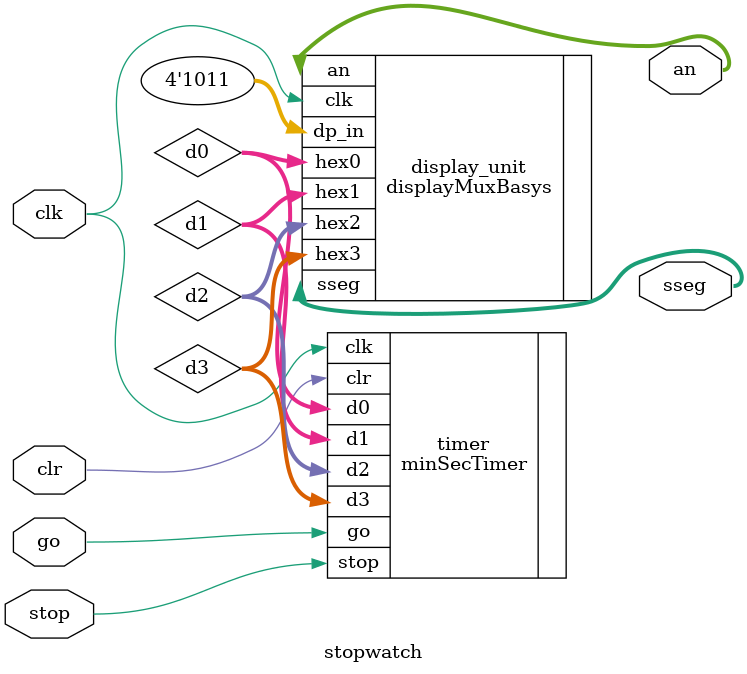
<source format=v>
module stopwatch
        ( 
	  input wire clk, go, stop, clr,              // clock and reset input lines
	  output wire [3:0] an,                        // enable for 4 displays
	  output wire [7:0] sseg                       // led segments
	);
	
	wire [3:0] d3, d2, d1, d0;
	
	minSecTimer timer (.clk(clk), .go(go), .stop(stop), .clr(clr), .d3(d3), .d2(d2), .d1(d1), .d0(d0));
	
	displayMuxBasys display_unit (.clk(clk), .hex3(d3), .hex2(d2), .hex1(d1), .hex0(d0), .dp_in(4'b1011), .an(an), .sseg(sseg));
	
endmodule 

</source>
